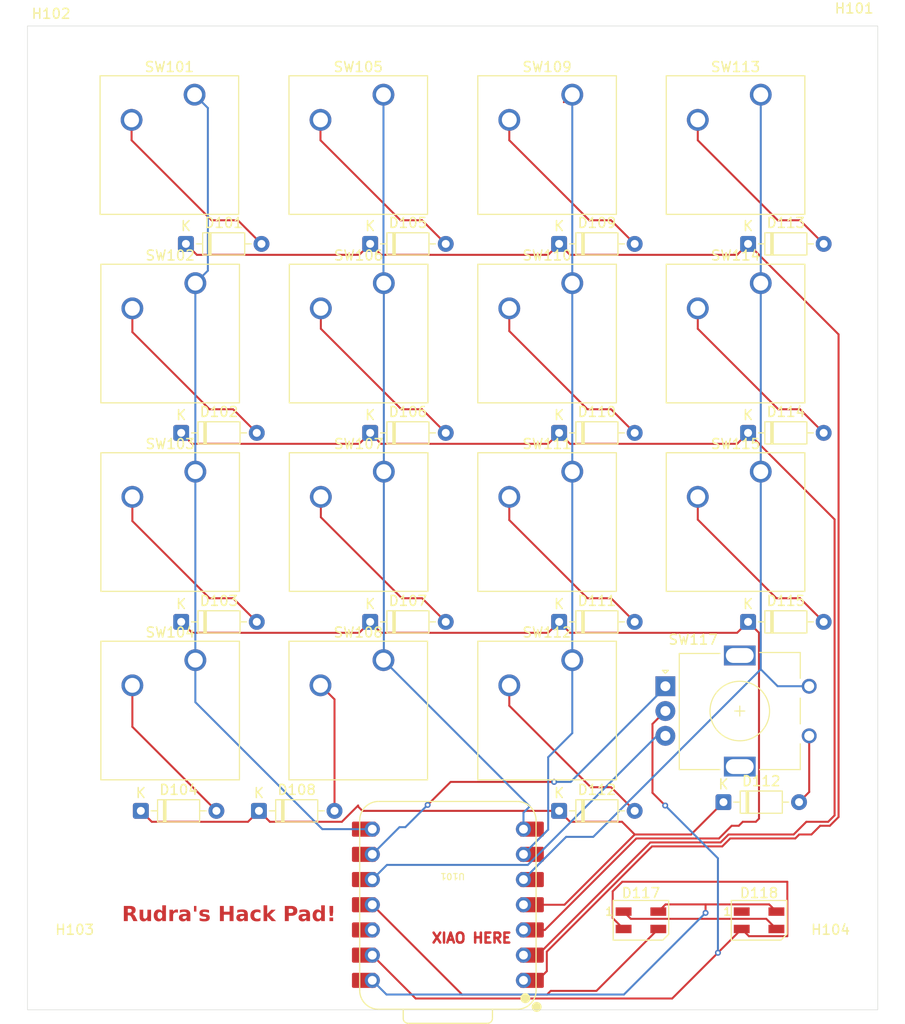
<source format=kicad_pcb>
(kicad_pcb (version 20241229) (generator "pcbnew") (generator_version "9.0")
  (layers (0 "F.Cu" signal) (2 "B.Cu" signal) (13 "F.Paste" user) (15 "B.Paste" user) (5 "F.SilkS" user "F.Silkscreen") (7 "B.SilkS" user "B.Silkscreen") (1 "F.Mask" user) (3 "B.Mask" user) (25 "Edge.Cuts" user))
  (net 0 "")
  (net 1 "Net-(D101-A)")
  (net 2 "Net-(D101-K)")
  (net 3 "Net-(D102-K)")
  (net 4 "Net-(D102-A)")
  (net 5 "Net-(D103-A)")
  (net 6 "Net-(D103-K)")
  (net 7 "Net-(D104-K)")
  (net 8 "Net-(D104-A)")
  (net 9 "Net-(D105-A)")
  (net 10 "Net-(D106-A)")
  (net 11 "Net-(D107-A)")
  (net 12 "Net-(D108-A)")
  (net 13 "Net-(D109-A)")
  (net 14 "Net-(D110-A)")
  (net 15 "Net-(D111-A)")
  (net 16 "Net-(D112-A)")
  (net 17 "Net-(D113-A)")
  (net 18 "Net-(D114-A)")
  (net 19 "Net-(D115-A)")
  (net 20 "+5V")
  (net 21 "GND")
  (net 22 "Net-(D117-DOUT)")
  (net 23 "Net-(D117-DIN)")
  (net 25 "Net-(U101-GPIO0{slash}TX)")
  (net 26 "Net-(U101-GPIO7{slash}SCL)")
  (net 27 "Net-(U101-GPIO6{slash}SDA)")
  (net 28 "Net-(U101-GPIO2{slash}SCK)")
  (net 29 "+3.3V")
  (net 30 "Net-(U101-GPIO4{slash}MISO)")
  (net 31 "Net-(U101-GPIO1{slash}RX)")
  (net 32 "99")
  (footprint "Button_Switch_Keyboard:SW_Cherry_MX_1.00u_PCB" (layer "F.Cu") (at 147.6515 59.65625)
    (property "Reference" "SW105" (at -2.54 -2.794 0) (layer "F.SilkS"))
    (property "Value" "SW_Push")
    (pad "" np_thru_hole circle (at -7.62 5.08) (size 1.7 1.7) (drill 1.7) (layers "*.Cu" "*.Mask"))
    (pad "" np_thru_hole circle (at -2.54 5.08) (size 4 4) (drill 4) (layers "*.Cu" "*.Mask"))
    (pad "" np_thru_hole circle (at 2.54 5.08) (size 1.7 1.7) (drill 1.7) (layers "*.Cu" "*.Mask"))
    (pad "1" thru_hole circle (at 0 0) (size 2.2 2.2) (drill 1.5) (layers "*.Cu" "*.Mask") (net 25 "Net-(U101-GPIO0{slash}TX)"))
    (pad "2" thru_hole circle (at -6.35 2.54) (size 2.2 2.2) (drill 1.5) (layers "*.Cu" "*.Mask") (net 9 "Net-(D105-A)"))
  )
  (footprint "Button_Switch_Keyboard:SW_Cherry_MX_1.00u_PCB" (layer "F.Cu") (at 185.6875 97.65625)
    (property "Reference" "SW115" (at -2.54 -2.794 0) (layer "F.SilkS"))
    (property "Value" "SW_Push")
    (pad "" np_thru_hole circle (at -7.62 5.08) (size 1.7 1.7) (drill 1.7) (layers "*.Cu" "*.Mask"))
    (pad "" np_thru_hole circle (at -2.54 5.08) (size 4 4) (drill 4) (layers "*.Cu" "*.Mask"))
    (pad "" np_thru_hole circle (at 2.54 5.08) (size 1.7 1.7) (drill 1.7) (layers "*.Cu" "*.Mask"))
    (pad "1" thru_hole circle (at 0 0) (size 2.2 2.2) (drill 1.5) (layers "*.Cu" "*.Mask") (net 27 "Net-(U101-GPIO6{slash}SDA)"))
    (pad "2" thru_hole circle (at -6.35 2.54) (size 2.2 2.2) (drill 1.5) (layers "*.Cu" "*.Mask") (net 19 "Net-(D115-A)"))
  )
  (footprint "Button_Switch_Keyboard:SW_Cherry_MX_1.00u_PCB" (layer "F.Cu") (at 128.6875 78.65625)
    (property "Reference" "SW102" (at -2.54 -2.794 0) (layer "F.SilkS"))
    (property "Value" "SW_Push")
    (pad "" np_thru_hole circle (at -7.62 5.08) (size 1.7 1.7) (drill 1.7) (layers "*.Cu" "*.Mask"))
    (pad "" np_thru_hole circle (at -2.54 5.08) (size 4 4) (drill 4) (layers "*.Cu" "*.Mask"))
    (pad "" np_thru_hole circle (at 2.54 5.08) (size 1.7 1.7) (drill 1.7) (layers "*.Cu" "*.Mask"))
    (pad "1" thru_hole circle (at 0 0) (size 2.2 2.2) (drill 1.5) (layers "*.Cu" "*.Mask") (net 31 "Net-(U101-GPIO1{slash}RX)"))
    (pad "2" thru_hole circle (at -6.35 2.54) (size 2.2 2.2) (drill 1.5) (layers "*.Cu" "*.Mask") (net 4 "Net-(D102-A)"))
  )
  (footprint "Button_Switch_Keyboard:SW_Cherry_MX_1.00u_PCB" (layer "F.Cu") (at 166.6875 116.65625)
    (property "Reference" "SW112" (at -2.54 -2.794 0) (layer "F.SilkS"))
    (property "Value" "SW_Push")
    (pad "" np_thru_hole circle (at -7.62 5.08) (size 1.7 1.7) (drill 1.7) (layers "*.Cu" "*.Mask"))
    (pad "" np_thru_hole circle (at -2.54 5.08) (size 4 4) (drill 4) (layers "*.Cu" "*.Mask"))
    (pad "" np_thru_hole circle (at 2.54 5.08) (size 1.7 1.7) (drill 1.7) (layers "*.Cu" "*.Mask"))
    (pad "1" thru_hole circle (at 0 0) (size 2.2 2.2) (drill 1.5) (layers "*.Cu" "*.Mask") (net 26 "Net-(U101-GPIO7{slash}SCL)"))
    (pad "2" thru_hole circle (at -6.35 2.54) (size 2.2 2.2) (drill 1.5) (layers "*.Cu" "*.Mask") (net 16 "Net-(D112-A)"))
  )
  (footprint "Diode_THT:D_DO-35_SOD27_P7.62mm_Horizontal" (layer "F.Cu") (at 127.25875 112.79875)
    (property "Reference" "D103" (at 3.81 -2.12 0) (layer "F.SilkS"))
    (property "Value" "1N4148")
    (fp_text user "K" (at 0 -1.8 0) (layer "F.SilkS"))
    (pad "1" thru_hole roundrect (at 0 0) (size 1.6 1.6) (drill 0.8) (layers "*.Cu" "*.Mask") (roundrect_rratio 0.15625) (net 6 "Net-(D103-K)"))
    (pad "2" thru_hole circle (at 7.62 0) (size 1.6 1.6) (drill 0.8) (layers "*.Cu" "*.Mask") (net 5 "Net-(D103-A)"))
  )
  (footprint "Diode_THT:D_DO-35_SOD27_P7.62mm_Horizontal" (layer "F.Cu") (at 127.735 74.69875)
    (property "Reference" "D101" (at 3.81 -2.12 0) (layer "F.SilkS"))
    (property "Value" "1N4148")
    (fp_text user "K" (at 0 -1.8 0) (layer "F.SilkS"))
    (pad "1" thru_hole roundrect (at 0 0) (size 1.6 1.6) (drill 0.8) (layers "*.Cu" "*.Mask") (roundrect_rratio 0.15625) (net 2 "Net-(D101-K)"))
    (pad "2" thru_hole circle (at 7.62 0) (size 1.6 1.6) (drill 0.8) (layers "*.Cu" "*.Mask") (net 1 "Net-(D101-A)"))
  )
  (footprint "MountingHole:MountingHole_3.2mm_M3" (layer "F.Cu") (at 116.5225 147.98)
    (property "Reference" "H103" (at 0 -4.15 0) (layer "F.SilkS"))
    (property "Value" "MountingHole")
    (pad "" np_thru_hole circle (at 0 0) (size 3.2 3.2) (drill 3.2) (layers "*.Cu" "*.Mask"))
  )
  (footprint "Diode_THT:D_DO-35_SOD27_P7.62mm_Horizontal" (layer "F.Cu") (at 146.30875 112.79875)
    (property "Reference" "D107" (at 3.81 -2.12 0) (layer "F.SilkS"))
    (property "Value" "1N4148")
    (fp_text user "K" (at 0 -1.8 0) (layer "F.SilkS"))
    (pad "1" thru_hole roundrect (at 0 0) (size 1.6 1.6) (drill 0.8) (layers "*.Cu" "*.Mask") (roundrect_rratio 0.15625) (net 6 "Net-(D103-K)"))
    (pad "2" thru_hole circle (at 7.62 0) (size 1.6 1.6) (drill 0.8) (layers "*.Cu" "*.Mask") (net 11 "Net-(D107-A)"))
  )
  (footprint "Diode_THT:D_DO-35_SOD27_P7.62mm_Horizontal" (layer "F.Cu") (at 181.9275 130.96875)
    (property "Reference" "D112" (at 3.81 -2.12 0) (layer "F.SilkS"))
    (property "Value" "1N4148")
    (fp_text user "K" (at 0 -1.8 0) (layer "F.SilkS"))
    (pad "" thru_hole circle (at 7.62 0) (size 1.6 1.6) (drill 0.8) (layers "*.Cu" "*.Mask") (net 32 "99"))
    (pad "1" thru_hole roundrect (at 0 0) (size 1.6 1.6) (drill 0.8) (layers "*.Cu" "*.Mask") (roundrect_rratio 0.15625) (net 7 "Net-(D104-K)"))
  )
  (footprint "Rotary_Encoder:RotaryEncoder_Alps_EC11E_Vertical_H20mm" (layer "F.Cu") (at 176.0725 119.28625)
    (property "Reference" "SW117" (at 2.8 -4.7 0) (layer "F.SilkS"))
    (property "Value" "RotaryEncoder")
    (pad "" thru_hole circle (at 14.5 0) (size 1.5 1.5) (drill 1) (layers "*.Cu" "*.Mask") (net 27 "Net-(U101-GPIO6{slash}SDA)"))
    (pad "" thru_hole circle (at 14.5 5) (size 1.5 1.5) (drill 1) (layers "*.Cu" "*.Mask") (net 32 "99"))
    (pad "A" thru_hole rect (at 0 0) (size 2 2) (drill 1) (layers "*.Cu" "*.Mask") (net 28 "Net-(U101-GPIO2{slash}SCK)"))
    (pad "B" thru_hole circle (at 0 5) (size 2 2) (drill 1) (layers "*.Cu" "*.Mask") (net 30 "Net-(U101-GPIO4{slash}MISO)"))
    (pad "C" thru_hole circle (at 0 2.5) (size 2 2) (drill 1) (layers "*.Cu" "*.Mask") (net 21 "GND"))
    (pad "MP" thru_hole rect (at 7.5 -3.1) (size 3.2 2) (drill oval 2.8 1.5) (layers "*.Cu" "*.Mask"))
    (pad "MP" thru_hole rect (at 7.5 8.1) (size 3.2 2) (drill oval 2.8 1.5) (layers "*.Cu" "*.Mask"))
  )
  (footprint "Button_Switch_Keyboard:SW_Cherry_MX_1.00u_PCB" (layer "F.Cu") (at 147.6515 116.65625)
    (property "Reference" "SW108" (at -2.54 -2.794 0) (layer "F.SilkS"))
    (property "Value" "SW_Push")
    (pad "" np_thru_hole circle (at -7.62 5.08) (size 1.7 1.7) (drill 1.7) (layers "*.Cu" "*.Mask"))
    (pad "" np_thru_hole circle (at -2.54 5.08) (size 4 4) (drill 4) (layers "*.Cu" "*.Mask"))
    (pad "" np_thru_hole circle (at 2.54 5.08) (size 1.7 1.7) (drill 1.7) (layers "*.Cu" "*.Mask"))
    (pad "1" thru_hole circle (at 0 0) (size 2.2 2.2) (drill 1.5) (layers "*.Cu" "*.Mask") (net 25 "Net-(U101-GPIO0{slash}TX)"))
    (pad "2" thru_hole circle (at -6.35 2.54) (size 2.2 2.2) (drill 1.5) (layers "*.Cu" "*.Mask") (net 12 "Net-(D108-A)"))
  )
  (footprint "LED_SMD:LED_SK6812MINI_PLCC4_3.5x3.5mm_P1.75mm" (layer "F.Cu") (at 185.51625 142.88)
    (property "Reference" "D118" (at 0 -2.75 0) (layer "F.SilkS"))
    (property "Value" "SK6812MINI")
    (fp_text user "1" (at -3.2 -0.875 0) (layer "F.SilkS") (effects (font (size 0.8 0.8))))
    (pad "1" smd rect (at -1.75 -0.875) (size 1.6 0.85) (layers "F.Cu" "F.Mask" "F.Paste"))
    (pad "2" smd rect (at -1.75 0.875) (size 1.6 0.85) (layers "F.Cu" "F.Mask" "F.Paste") (net 21 "GND"))
    (pad "3" smd rect (at 1.75 0.875) (size 1.6 0.85) (layers "F.Cu" "F.Mask" "F.Paste") (net 22 "Net-(D117-DOUT)"))
    (pad "4" smd rect (at 1.75 -0.875) (size 1.6 0.85) (layers "F.Cu" "F.Mask" "F.Paste") (net 20 "+5V"))
  )
  (footprint "Diode_THT:D_DO-35_SOD27_P7.62mm_Horizontal" (layer "F.Cu") (at 123.19 131.84875)
    (property "Reference" "D104" (at 3.81 -2.12 0) (layer "F.SilkS"))
    (property "Value" "1N4148")
    (fp_text user "K" (at 0 -1.8 0) (layer "F.SilkS"))
    (pad "1" thru_hole roundrect (at 0 0) (size 1.6 1.6) (drill 0.8) (layers "*.Cu" "*.Mask") (roundrect_rratio 0.15625) (net 7 "Net-(D104-K)"))
    (pad "2" thru_hole circle (at 7.62 0) (size 1.6 1.6) (drill 0.8) (layers "*.Cu" "*.Mask") (net 8 "Net-(D104-A)"))
  )
  (footprint "Button_Switch_Keyboard:SW_Cherry_MX_1.00u_PCB" (layer "F.Cu") (at 185.6875 78.65625)
    (property "Reference" "SW114" (at -2.54 -2.794 0) (layer "F.SilkS"))
    (property "Value" "SW_Push")
    (pad "" np_thru_hole circle (at -7.62 5.08) (size 1.7 1.7) (drill 1.7) (layers "*.Cu" "*.Mask"))
    (pad "" np_thru_hole circle (at -2.54 5.08) (size 4 4) (drill 4) (layers "*.Cu" "*.Mask"))
    (pad "" np_thru_hole circle (at 2.54 5.08) (size 1.7 1.7) (drill 1.7) (layers "*.Cu" "*.Mask"))
    (pad "1" thru_hole circle (at 0 0) (size 2.2 2.2) (drill 1.5) (layers "*.Cu" "*.Mask") (net 27 "Net-(U101-GPIO6{slash}SDA)"))
    (pad "2" thru_hole circle (at -6.35 2.54) (size 2.2 2.2) (drill 1.5) (layers "*.Cu" "*.Mask") (net 18 "Net-(D114-A)"))
  )
  (footprint "Button_Switch_Keyboard:SW_Cherry_MX_1.00u_PCB" (layer "F.Cu") (at 147.6875 78.65625)
    (property "Reference" "SW106" (at -2.54 -2.794 0) (layer "F.SilkS"))
    (property "Value" "SW_Push")
    (pad "" np_thru_hole circle (at -7.62 5.08) (size 1.7 1.7) (drill 1.7) (layers "*.Cu" "*.Mask"))
    (pad "" np_thru_hole circle (at -2.54 5.08) (size 4 4) (drill 4) (layers "*.Cu" "*.Mask"))
    (pad "" np_thru_hole circle (at 2.54 5.08) (size 1.7 1.7) (drill 1.7) (layers "*.Cu" "*.Mask"))
    (pad "1" thru_hole circle (at 0 0) (size 2.2 2.2) (drill 1.5) (layers "*.Cu" "*.Mask") (net 25 "Net-(U101-GPIO0{slash}TX)"))
    (pad "2" thru_hole circle (at -6.35 2.54) (size 2.2 2.2) (drill 1.5) (layers "*.Cu" "*.Mask") (net 10 "Net-(D106-A)"))
  )
  (footprint "Button_Switch_Keyboard:SW_Cherry_MX_1.00u_PCB" (layer "F.Cu") (at 166.6875 59.65625)
    (property "Reference" "SW109" (at -2.54 -2.794 0) (layer "F.SilkS"))
    (property "Value" "SW_Push")
    (pad "" np_thru_hole circle (at -7.62 5.08) (size 1.7 1.7) (drill 1.7) (layers "*.Cu" "*.Mask"))
    (pad "" np_thru_hole circle (at -2.54 5.08) (size 4 4) (drill 4) (layers "*.Cu" "*.Mask"))
    (pad "" np_thru_hole circle (at 2.54 5.08) (size 1.7 1.7) (drill 1.7) (layers "*.Cu" "*.Mask"))
    (pad "1" thru_hole circle (at 0 0) (size 2.2 2.2) (drill 1.5) (layers "*.Cu" "*.Mask") (net 26 "Net-(U101-GPIO7{slash}SCL)"))
    (pad "2" thru_hole circle (at -6.35 2.54) (size 2.2 2.2) (drill 1.5) (layers "*.Cu" "*.Mask") (net 13 "Net-(D109-A)"))
  )
  (footprint "Button_Switch_Keyboard:SW_Cherry_MX_1.00u_PCB" (layer "F.Cu") (at 166.6875 97.65625)
    (property "Reference" "SW111" (at -2.54 -2.794 0) (layer "F.SilkS"))
    (property "Value" "SW_Push")
    (pad "" np_thru_hole circle (at -7.62 5.08) (size 1.7 1.7) (drill 1.7) (layers "*.Cu" "*.Mask"))
    (pad "" np_thru_hole circle (at -2.54 5.08) (size 4 4) (drill 4) (layers "*.Cu" "*.Mask"))
    (pad "" np_thru_hole circle (at 2.54 5.08) (size 1.7 1.7) (drill 1.7) (layers "*.Cu" "*.Mask"))
    (pad "1" thru_hole circle (at 0 0) (size 2.2 2.2) (drill 1.5) (layers "*.Cu" "*.Mask") (net 26 "Net-(U101-GPIO7{slash}SCL)"))
    (pad "2" thru_hole circle (at -6.35 2.54) (size 2.2 2.2) (drill 1.5) (layers "*.Cu" "*.Mask") (net 15 "Net-(D111-A)"))
  )
  (footprint "Diode_THT:D_DO-35_SOD27_P7.62mm_Horizontal" (layer "F.Cu") (at 135.09625 131.84875)
    (property "Reference" "D108" (at 3.81 -2.12 0) (layer "F.SilkS"))
    (property "Value" "1N4148")
    (fp_text user "K" (at 0 -1.8 0) (layer "F.SilkS"))
    (pad "1" thru_hole roundrect (at 0 0) (size 1.6 1.6) (drill 0.8) (layers "*.Cu" "*.Mask") (roundrect_rratio 0.15625) (net 7 "Net-(D104-K)"))
    (pad "2" thru_hole circle (at 7.62 0) (size 1.6 1.6) (drill 0.8) (layers "*.Cu" "*.Mask") (net 12 "Net-(D108-A)"))
  )
  (footprint "Diode_THT:D_DO-35_SOD27_P7.62mm_Horizontal" (layer "F.Cu") (at 165.35875 93.74875)
    (property "Reference" "D110" (at 3.81 -2.12 0) (layer "F.SilkS"))
    (property "Value" "1N4148")
    (fp_text user "K" (at 0 -1.8 0) (layer "F.SilkS"))
    (pad "1" thru_hole roundrect (at 0 0) (size 1.6 1.6) (drill 0.8) (layers "*.Cu" "*.Mask") (roundrect_rratio 0.15625) (net 3 "Net-(D102-K)"))
    (pad "2" thru_hole circle (at 7.62 0) (size 1.6 1.6) (drill 0.8) (layers "*.Cu" "*.Mask") (net 14 "Net-(D110-A)"))
  )
  (footprint "Button_Switch_Keyboard:SW_Cherry_MX_1.00u_PCB" (layer "F.Cu") (at 185.6875 59.65625)
    (property "Reference" "SW113" (at -2.54 -2.794 0) (layer "F.SilkS"))
    (property "Value" "SW_Push")
    (pad "" np_thru_hole circle (at -7.62 5.08) (size 1.7 1.7) (drill 1.7) (layers "*.Cu" "*.Mask"))
    (pad "" np_thru_hole circle (at -2.54 5.08) (size 4 4) (drill 4) (layers "*.Cu" "*.Mask"))
    (pad "" np_thru_hole circle (at 2.54 5.08) (size 1.7 1.7) (drill 1.7) (layers "*.Cu" "*.Mask"))
    (pad "1" thru_hole circle (at 0 0) (size 2.2 2.2) (drill 1.5) (layers "*.Cu" "*.Mask") (net 27 "Net-(U101-GPIO6{slash}SDA)"))
    (pad "2" thru_hole circle (at -6.35 2.54) (size 2.2 2.2) (drill 1.5) (layers "*.Cu" "*.Mask") (net 17 "Net-(D113-A)"))
  )
  (footprint "Button_Switch_Keyboard:SW_Cherry_MX_1.00u_PCB" (layer "F.Cu") (at 166.6875 78.65625)
    (property "Reference" "SW110" (at -2.54 -2.794 0) (layer "F.SilkS"))
    (property "Value" "SW_Push")
    (pad "" np_thru_hole circle (at -7.62 5.08) (size 1.7 1.7) (drill 1.7) (layers "*.Cu" "*.Mask"))
    (pad "" np_thru_hole circle (at -2.54 5.08) (size 4 4) (drill 4) (layers "*.Cu" "*.Mask"))
    (pad "" np_thru_hole circle (at 2.54 5.08) (size 1.7 1.7) (drill 1.7) (layers "*.Cu" "*.Mask"))
    (pad "1" thru_hole circle (at 0 0) (size 2.2 2.2) (drill 1.5) (layers "*.Cu" "*.Mask") (net 26 "Net-(U101-GPIO7{slash}SCL)"))
    (pad "2" thru_hole circle (at -6.35 2.54) (size 2.2 2.2) (drill 1.5) (layers "*.Cu" "*.Mask") (net 14 "Net-(D110-A)"))
  )
  (footprint "LED_SMD:LED_SK6812MINI_PLCC4_3.5x3.5mm_P1.75mm" (layer "F.Cu") (at 173.61 142.88)
    (property "Reference" "D117" (at 0 -2.75 0) (layer "F.SilkS"))
    (property "Value" "SK6812MINI" (hide yes))
    (fp_text user "1" (at -3.2 -0.875 0) (layer "F.SilkS") (effects (font (size 0.8 0.8))))
    (pad "1" smd rect (at -1.75 -0.875) (size 1.6 0.85) (layers "F.Cu" "F.Mask" "F.Paste") (net 22 "Net-(D117-DOUT)"))
    (pad "2" smd rect (at -1.75 0.875) (size 1.6 0.85) (layers "F.Cu" "F.Mask" "F.Paste") (net 21 "GND"))
    (pad "3" smd rect (at 1.75 0.875) (size 1.6 0.85) (layers "F.Cu" "F.Mask" "F.Paste") (net 23 "Net-(D117-DIN)"))
    (pad "4" smd rect (at 1.75 -0.875) (size 1.6 0.85) (layers "F.Cu" "F.Mask" "F.Paste") (net 20 "+5V"))
  )
  (footprint "MountingHole:MountingHole_3.2mm_M3" (layer "F.Cu") (at 195.10375 55.11125)
    (property "Reference" "H101" (at 0 -4.15 0) (layer "F.SilkS"))
    (property "Value" "MountingHole")
    (pad "" np_thru_hole circle (at 0 0) (size 3.2 3.2) (drill 3.2) (layers "*.Cu" "*.Mask"))
  )
  (footprint "Diode_THT:D_DO-35_SOD27_P7.62mm_Horizontal" (layer "F.Cu") (at 184.40875 93.74875)
    (property "Reference" "D114" (at 3.81 -2.12 0) (layer "F.SilkS"))
    (property "Value" "1N4148")
    (fp_text user "K" (at 0 -1.8 0) (layer "F.SilkS"))
    (pad "1" thru_hole roundrect (at 0 0) (size 1.6 1.6) (drill 0.8) (layers "*.Cu" "*.Mask") (roundrect_rratio 0.15625) (net 3 "Net-(D102-K)"))
    (pad "2" thru_hole circle (at 7.62 0) (size 1.6 1.6) (drill 0.8) (layers "*.Cu" "*.Mask") (net 18 "Net-(D114-A)"))
  )
  (footprint "Button_Switch_Keyboard:SW_Cherry_MX_1.00u_PCB" (layer "F.Cu") (at 128.6875 97.65625)
    (property "Reference" "SW103" (at -2.54 -2.794 0) (layer "F.SilkS"))
    (property "Value" "SW_Push")
    (pad "" np_thru_hole circle (at -7.62 5.08) (size 1.7 1.7) (drill 1.7) (layers "*.Cu" "*.Mask"))
    (pad "" np_thru_hole circle (at -2.54 5.08) (size 4 4) (drill 4) (layers "*.Cu" "*.Mask"))
    (pad "" np_thru_hole circle (at 2.54 5.08) (size 1.7 1.7) (drill 1.7) (layers "*.Cu" "*.Mask"))
    (pad "1" thru_hole circle (at 0 0) (size 2.2 2.2) (drill 1.5) (layers "*.Cu" "*.Mask") (net 31 "Net-(U101-GPIO1{slash}RX)"))
    (pad "2" thru_hole circle (at -6.35 2.54) (size 2.2 2.2) (drill 1.5) (layers "*.Cu" "*.Mask") (net 5 "Net-(D103-A)"))
  )
  (footprint "Button_Switch_Keyboard:SW_Cherry_MX_1.00u_PCB" (layer "F.Cu") (at 128.6075 59.65625)
    (property "Reference" "SW101" (at -2.54 -2.794 0) (layer "F.SilkS"))
    (property "Value" "SW_Push")
    (pad "" np_thru_hole circle (at -7.62 5.08) (size 1.7 1.7) (drill 1.7) (layers "*.Cu" "*.Mask"))
    (pad "" np_thru_hole circle (at -2.54 5.08) (size 4 4) (drill 4) (layers "*.Cu" "*.Mask"))
    (pad "" np_thru_hole circle (at 2.54 5.08) (size 1.7 1.7) (drill 1.7) (layers "*.Cu" "*.Mask"))
    (pad "1" thru_hole circle (at 0 0) (size 2.2 2.2) (drill 1.5) (layers "*.Cu" "*.Mask") (net 31 "Net-(U101-GPIO1{slash}RX)"))
    (pad "2" thru_hole circle (at -6.35 2.54) (size 2.2 2.2) (drill 1.5) (layers "*.Cu" "*.Mask") (net 1 "Net-(D101-A)"))
  )
  (footprint "Diode_THT:D_DO-35_SOD27_P7.62mm_Horizontal" (layer "F.Cu") (at 184.40875 112.79875)
    (property "Reference" "D115" (at 3.81 -2.12 0) (layer "F.SilkS"))
    (property "Value" "1N4148")
    (fp_text user "K" (at 0 -1.8 0) (layer "F.SilkS"))
    (pad "1" thru_hole roundrect (at 0 0) (size 1.6 1.6) (drill 0.8) (layers "*.Cu" "*.Mask") (roundrect_rratio 0.15625) (net 6 "Net-(D103-K)"))
    (pad "2" thru_hole circle (at 7.62 0) (size 1.6 1.6) (drill 0.8) (layers "*.Cu" "*.Mask") (net 19 "Net-(D115-A)"))
  )
  (footprint "Diode_THT:D_DO-35_SOD27_P7.62mm_Horizontal" (layer "F.Cu") (at 165.35875 74.69875)
    (property "Reference" "D109" (at 3.81 -2.12 0) (layer "F.SilkS"))
    (property "Value" "1N4148")
    (fp_text user "K" (at 0 -1.8 0) (layer "F.SilkS"))
    (pad "1" thru_hole roundrect (at 0 0) (size 1.6 1.6) (drill 0.8) (layers "*.Cu" "*.Mask") (roundrect_rratio 0.15625) (net 2 "Net-(D101-K)"))
    (pad "2" thru_hole circle (at 7.62 0) (size 1.6 1.6) (drill 0.8) (layers "*.Cu" "*.Mask") (net 13 "Net-(D109-A)"))
  )
  (footprint "MountingHole:MountingHole_3.2mm_M3" (layer "F.Cu") (at 114.14125 55.64875)
    (property "Reference" "H102" (at 0 -4.15 0) (layer "F.SilkS"))
    (property "Value" "MountingHole")
    (pad "" np_thru_hole circle (at 0 0) (size 3.2 3.2) (drill 3.2) (layers "*.Cu" "*.Mask"))
  )
  (footprint "Diode_THT:D_DO-35_SOD27_P7.62mm_Horizontal" (layer "F.Cu") (at 127.25875 93.74875)
    (property "Reference" "D102" (at 3.81 -2.12 0) (layer "F.SilkS"))
    (property "Value" "1N4148")
    (fp_text user "K" (at 0 -1.8 0) (layer "F.SilkS"))
    (pad "1" thru_hole roundrect (at 0 0) (size 1.6 1.6) (drill 0.8) (layers "*.Cu" "*.Mask") (roundrect_rratio 0.15625) (net 3 "Net-(D102-K)"))
    (pad "2" thru_hole circle (at 7.62 0) (size 1.6 1.6) (drill 0.8) (layers "*.Cu" "*.Mask") (net 4 "Net-(D102-A)"))
  )
  (footprint "opl:XIAO-RP2040-DIP" (layer "F.Cu") (at 154.14625 141.3125 180)
    (property "Reference" "U101" (at -0.47625 2.8575 180) (layer "F.SilkS") (effects (font (size 0.635 0.635) (thickness 0.1016))))
    (property "Value" "XIAO-RP2040-DIP")
    (pad "1" smd roundrect (at -8.455 -7.62) (size 2.432 1.524) (layers "F.Cu" "F.Mask") (roundrect_rratio 0.1) (net 2 "Net-(D101-K)"))
    (pad "1" thru_hole circle (at -7.62 -7.62) (size 1.524 1.524) (drill 0.889) (layers "*.Cu" "*.Mask") (net 2 "Net-(D101-K)"))
    (pad "2" smd roundrect (at -8.455 -5.08) (size 2.432 1.524) (layers "F.Cu" "F.Mask") (roundrect_rratio 0.1) (net 3 "Net-(D102-K)"))
    (pad "2" thru_hole circle (at -7.62 -5.08) (size 1.524 1.524) (drill 0.889) (layers "*.Cu" "*.Mask") (net 3 "Net-(D102-K)"))
    (pad "3" smd roundrect (at -8.455 -2.54) (size 2.432 1.524) (layers "F.Cu" "F.Mask") (roundrect_rratio 0.1) (net 6 "Net-(D103-K)"))
    (pad "3" thru_hole circle (at -7.62 -2.54) (size 1.524 1.524) (drill 0.889) (layers "*.Cu" "*.Mask") (net 6 "Net-(D103-K)"))
    (pad "4" smd roundrect (at -8.455 0) (size 2.432 1.524) (layers "F.Cu" "F.Mask") (roundrect_rratio 0.1) (net 7 "Net-(D104-K)"))
    (pad "4" thru_hole circle (at -7.62 0) (size 1.524 1.524) (drill 0.889) (layers "*.Cu" "*.Mask") (net 7 "Net-(D104-K)"))
    (pad "5" smd roundrect (at -8.455 2.54) (size 2.432 1.524) (layers "F.Cu" "F.Mask") (roundrect_rratio 0.1) (net 27 "Net-(U101-GPIO6{slash}SDA)"))
    (pad "5" thru_hole circle (at -7.62 2.54) (size 1.524 1.524) (drill 0.889) (layers "*.Cu" "*.Mask") (net 27 "Net-(U101-GPIO6{slash}SDA)"))
    (pad "6" smd roundrect (at -8.455 5.08) (size 2.432 1.524) (layers "F.Cu" "F.Mask") (roundrect_rratio 0.1) (net 26 "Net-(U101-GPIO7{slash}SCL)"))
    (pad "6" thru_hole circle (at -7.62 5.08) (size 1.524 1.524) (drill 0.889) (layers "*.Cu" "*.Mask") (net 26 "Net-(U101-GPIO7{slash}SCL)"))
    (pad "7" smd roundrect (at -8.455 7.62) (size 2.432 1.524) (layers "F.Cu" "F.Mask") (roundrect_rratio 0.1) (net 25 "Net-(U101-GPIO0{slash}TX)"))
    (pad "7" thru_hole circle (at -7.62 7.62) (size 1.524 1.524) (drill 0.889) (layers "*.Cu" "*.Mask") (net 25 "Net-(U101-GPIO0{slash}TX)"))
    (pad "8" thru_hole circle (at 7.62 7.62 180) (size 1.524 1.524) (drill 0.889) (layers "*.Cu" "*.Mask") (net 31 "Net-(U101-GPIO1{slash}RX)"))
    (pad "8" smd roundrect (at 8.455 7.62 180) (size 2.432 1.524) (layers "F.Cu" "F.Mask") (roundrect_rratio 0.1) (net 31 "Net-(U101-GPIO1{slash}RX)"))
    (pad "9" thru_hole circle (at 7.62 5.08 180) (size 1.524 1.524) (drill 0.889) (layers "*.Cu" "*.Mask") (net 28 "Net-(U101-GPIO2{slash}SCK)"))
    (pad "9" smd roundrect (at 8.455 5.08 180) (size 2.432 1.524) (layers "F.Cu" "F.Mask") (roundrect_rratio 0.1) (net 28 "Net-(U101-GPIO2{slash}SCK)"))
    (pad "10" thru_hole circle (at 7.62 2.54 180) (size 1.524 1.524) (drill 0.889) (layers "*.Cu" "*.Mask") (net 30 "Net-(U101-GPIO4{slash}MISO)"))
    (pad "10" smd roundrect (at 8.455 2.54 180) (size 2.432 1.524) (layers "F.Cu" "F.Mask") (roundrect_rratio 0.1) (net 30 "Net-(U101-GPIO4{slash}MISO)"))
    (pad "11" thru_hole circle (at 7.62 0 180) (size 1.524 1.524) (drill 0.889) (layers "*.Cu" "*.Mask") (net 23 "Net-(D117-DIN)"))
    (pad "11" smd roundrect (at 8.455 0 180) (size 2.432 1.524) (layers "F.Cu" "F.Mask") (roundrect_rratio 0.1) (net 23 "Net-(D117-DIN)"))
    (pad "12" thru_hole circle (at 7.62 -2.54 180) (size 1.524 1.524) (drill 0.889) (layers "*.Cu" "*.Mask") (net 29 "+3.3V"))
    (pad "12" smd roundrect (at 8.455 -2.54 180) (size 2.432 1.524) (layers "F.Cu" "F.Mask") (roundrect_rratio 0.1) (net 29 "+3.3V"))
    (pad "13" thru_hole circle (at 7.62 -5.08 180) (size 1.524 1.524) (drill 0.889) (layers "*.Cu" "*.Mask") (net 21 "GND"))
    (pad "13" smd roundrect (at 8.455 -5.08 180) (size 2.432 1.524) (layers "F.Cu" "F.Mask") (roundrect_rratio 0.1) (net 21 "GND"))
    (pad "14" thru_hole circle (at 7.62 -7.62 180) (size 1.524 1.524) (drill 0.889) (layers "*.Cu" "*.Mask") (net 20 "+5V"))
    (pad "14" smd roundrect (at 8.455 -7.62 180) (size 2.432 1.524) (layers "F.Cu" "F.Mask") (roundrect_rratio 0.1) (net 20 "+5V"))
  )
  (footprint "MountingHole:MountingHole_3.2mm_M3" (layer "F.Cu") (at 192.7225 147.98)
    (property "Reference" "H104" (at 0 -4.15 0) (layer "F.SilkS"))
    (property "Value" "MountingHole")
    (pad "" np_thru_hole circle (at 0 0) (size 3.2 3.2) (drill 3.2) (layers "*.Cu" "*.Mask"))
  )
  (footprint "Diode_THT:D_DO-35_SOD27_P7.62mm_Horizontal" (layer "F.Cu") (at 146.30875 74.69875)
    (property "Reference" "D105" (at 3.81 -2.12 0) (layer "F.SilkS"))
    (property "Value" "1N4148")
    (fp_text user "K" (at 0 -1.8 0) (layer "F.SilkS"))
    (pad "1" thru_hole roundrect (at 0 0) (size 1.6 1.6) (drill 0.8) (layers "*.Cu" "*.Mask") (roundrect_rratio 0.15625) (net 2 "Net-(D101-K)"))
    (pad "2" thru_hole circle (at 7.62 0) (size 1.6 1.6) (drill 0.8) (layers "*.Cu" "*.Mask") (net 9 "Net-(D105-A)"))
  )
  (footprint "Button_Switch_Keyboard:SW_Cherry_MX_1.00u_PCB" (layer "F.Cu") (at 147.6875 97.65625)
    (property "Reference" "SW107" (at -2.54 -2.794 0) (layer "F.SilkS"))
    (property "Value" "SW_Push")
    (pad "" np_thru_hole circle (at -7.62 5.08) (size 1.7 1.7) (drill 1.7) (layers "*.Cu" "*.Mask"))
    (pad "" np_thru_hole circle (at -2.54 5.08) (size 4 4) (drill 4) (layers "*.Cu" "*.Mask"))
    (pad "" np_thru_hole circle (at 2.54 5.08) (size 1.7 1.7) (drill 1.7) (layers "*.Cu" "*.Mask"))
    (pad "1" thru_hole circle (at 0 0) (size 2.2 2.2) (drill 1.5) (layers "*.Cu" "*.Mask") (net 25 "Net-(U101-GPIO0{slash}TX)"))
    (pad "2" thru_hole circle (at -6.35 2.54) (size 2.2 2.2) (drill 1.5) (layers "*.Cu" "*.Mask") (net 11 "Net-(D107-A)"))
  )
  (footprint "Diode_THT:D_DO-35_SOD27_P7.62mm_Horizontal" (layer "F.Cu") (at 165.35875 112.79875)
    (property "Reference" "D111" (at 3.81 -2.12 0) (layer "F.SilkS"))
    (property "Value" "1N4148")
    (fp_text user "K" (at 0 -1.8 0) (layer "F.SilkS"))
    (pad "1" thru_hole roundrect (at 0 0) (size 1.6 1.6) (drill 0.8) (layers "*.Cu" "*.Mask") (roundrect_rratio 0.15625) (net 6 "Net-(D103-K)"))
    (pad "2" thru_hole circle (at 7.62 0) (size 1.6 1.6) (drill 0.8) (layers "*.Cu" "*.Mask") (net 15 "Net-(D111-A)"))
  )
  (footprint "Button_Switch_Keyboard:SW_Cherry_MX_1.00u_PCB" (layer "F.Cu") (at 128.6875 116.65625)
    (property "Reference" "SW104" (at -2.54 -2.794 0) (layer "F.SilkS"))
    (property "Value" "SW_Push")
    (pad "" np_thru_hole circle (at -7.62 5.08) (size 1.7 1.7) (drill 1.7) (layers "*.Cu" "*.Mask"))
    (pad "" np_thru_hole circle (at -2.54 5.08) (size 4 4) (drill 4) (layers "*.Cu" "*.Mask"))
    (pad "" np_thru_hole circle (at 2.54 5.08) (size 1.7 1.7) (drill 1.7) (layers "*.Cu" "*.Mask"))
    (pad "1" thru_hole circle (at 0 0) (size 2.2 2.2) (drill 1.5) (layers "*.Cu" "*.Mask") (net 31 "Net-(U101-GPIO1{slash}RX)"))
    (pad "2" thru_hole circle (at -6.35 2.54) (size 2.2 2.2) (drill 1.5) (layers "*.Cu" "*.Mask") (net 8 "Net-(D104-A)"))
  )
  (footprint "Diode_THT:D_DO-35_SOD27_P7.62mm_Horizontal" (layer "F.Cu") (at 165.35875 131.84875)
    (property "Reference" "D112" (at 3.81 -2.12 0) (layer "F.SilkS"))
    (property "Value" "1N4148")
    (fp_text user "K" (at 0 -1.8 0) (layer "F.SilkS"))
    (pad "1" thru_hole roundrect (at 0 0) (size 1.6 1.6) (drill 0.8) (layers "*.Cu" "*.Mask") (roundrect_rratio 0.15625) (net 7 "Net-(D104-K)"))
    (pad "2" thru_hole circle (at 7.62 0) (size 1.6 1.6) (drill 0.8) (layers "*.Cu" "*.Mask") (net 16 "Net-(D112-A)"))
  )
  (footprint "Diode_THT:D_DO-35_SOD27_P7.62mm_Horizontal" (layer "F.Cu") (at 184.40875 74.69875)
    (property "Reference" "D113" (at 3.81 -2.12 0) (layer "F.SilkS"))
    (property "Value" "1N4148")
    (fp_text user "K" (at 0 -1.8 0) (layer "F.SilkS"))
    (pad "1" thru_hole roundrect (at 0 0) (size 1.6 1.6) (drill 0.8) (layers "*.Cu" "*.Mask") (roundrect_rratio 0.15625) (net 2 "Net-(D101-K)"))
    (pad "2" thru_hole circle (at 7.62 0) (size 1.6 1.6) (drill 0.8) (layers "*.Cu" "*.Mask") (net 17 "Net-(D113-A)"))
  )
  (footprint "Diode_THT:D_DO-35_SOD27_P7.62mm_Horizontal" (layer "F.Cu") (at 146.30875 93.74875)
    (property "Reference" "D106" (at 3.81 -2.12 0) (layer "F.SilkS"))
    (property "Value" "1N4148")
    (fp_text user "K" (at 0 -1.8 0) (layer "F.SilkS"))
    (pad "1" thru_hole roundrect (at 0 0) (size 1.6 1.6) (drill 0.8) (layers "*.Cu" "*.Mask") (roundrect_rratio 0.15625) (net 3 "Net-(D102-K)"))
    (pad "2" thru_hole circle (at 7.62 0) (size 1.6 1.6) (drill 0.8) (layers "*.Cu" "*.Mask") (net 10 "Net-(D106-A)"))
  )
  (gr_rect (start 111.76 52.73) (end 197.485 151.9025) (stroke (width 0.05)) (fill no) (layer "Edge.Cuts"))
  (gr_text "Rudra's Hack Pad!" (at 121.285 143.2175 0) (layer "F.Cu") (effects (font (size 1.5 1.5) (thickness 0.3) (bold yes)) (justify left bottom)))
  (gr_text "XIAO HERE" (at 152.4 145.25625 0) (layer "F.Cu") (effects (font (size 1 1) (thickness 0.25) (bold yes)) (justify left bottom)))
  (segment (start 122.2575 62.19625) (end 122.2575 64.251066) (width 0.2) (layer "F.Cu") (net 1))
  (segment (start 132.97375 72.3175) (end 135.355 74.69875) (width 0.2) (layer "F.Cu") (net 1))
  (segment (start 122.2575 64.251066) (end 130.323934 72.3175) (width 0.2) (layer "F.Cu") (net 1))
  (segment (start 130.323934 72.3175) (end 132.97375 72.3175) (width 0.2) (layer "F.Cu") (net 1))
  (segment (start 145.20775 75.79975) (end 128.836 75.79975) (width 0.2) (layer "F.Cu") (net 2))
  (segment (start 163.195 148.9325) (end 164.11825 148.00925) (width 0.2) (layer "F.Cu") (net 2))
  (segment (start 193.53075 83.82075) (end 184.40875 74.69875) (width 0.2) (layer "F.Cu") (net 2))
  (segment (start 128.836 75.79975) (end 127.735 74.69875) (width 0.2) (layer "F.Cu") (net 2))
  (segment (start 181.8063 135.433) (end 182.6083 134.631) (width 0.2) (layer "F.Cu") (net 2))
  (segment (start 165.35875 74.69875) (end 164.25775 75.79975) (width 0.2) (layer "F.Cu") (net 2))
  (segment (start 166.45975 75.79975) (end 165.35875 74.69875) (width 0.2) (layer "F.Cu") (net 2))
  (segment (start 189.16865 134.631) (end 189.56965 134.23) (width 0.2) (layer "F.Cu") (net 2))
  (segment (start 192.6509 133.35075) (end 193.53075 132.4709) (width 0.2) (layer "F.Cu") (net 2))
  (segment (start 191.67845 133.35075) (end 192.6509 133.35075) (width 0.2) (layer "F.Cu") (net 2))
  (segment (start 183.30775 75.79975) (end 166.45975 75.79975) (width 0.2) (layer "F.Cu") (net 2))
  (segment (start 174.7241 135.433) (end 181.8063 135.433) (width 0.2) (layer "F.Cu") (net 2))
  (segment (start 147.40975 75.79975) (end 146.30875 74.69875) (width 0.2) (layer "F.Cu") (net 2))
  (segment (start 193.53075 132.4709) (end 193.53075 83.82075) (width 0.2) (layer "F.Cu") (net 2))
  (segment (start 164.25775 75.79975) (end 147.40975 75.79975) (width 0.2) (layer "F.Cu") (net 2))
  (segment (start 161.76625 148.9325) (end 163.195 148.9325) (width 0.2) (layer "F.Cu") (net 2))
  (segment (start 164.11825 148.00925) (end 164.11825 146.03885) (width 0.2) (layer "F.Cu") (net 2))
  (segment (start 164.11825 146.03885) (end 174.7241 135.433) (width 0.2) (layer "F.Cu") (net 2))
  (segment (start 182.6083 134.631) (end 189.16865 134.631) (width 0.2) (layer "F.Cu") (net 2))
  (segment (start 146.30875 74.69875) (end 145.20775 75.79975) (width 0.2) (layer "F.Cu") (net 2))
  (segment (start 184.40875 74.69875) (end 183.30775 75.79975) (width 0.2) (layer "F.Cu") (net 2))
  (segment (start 190.7992 134.23) (end 191.67845 133.35075) (width 0.2) (layer "F.Cu") (net 2))
  (segment (start 189.56965 134.23) (end 190.7992 134.23) (width 0.2) (layer "F.Cu") (net 2))
  (segment (start 146.30875 93.74875) (end 145.20775 94.84975) (width 0.2) (layer "F.Cu") (net 3))
  (segment (start 183.30775 94.84975) (end 166.45975 94.84975) (width 0.2) (layer "F.Cu") (net 3))
  (segment (start 193.12975 102.46975) (end 193.12975 132.3048) (width 0.2) (layer "F.Cu") (net 3))
  (segment (start 182.4422 134.23) (end 181.6402 135.032) (width 0.2) (layer "F.Cu") (net 3))
  (segment (start 184.40875 93.74875) (end 193.12975 102.46975) (width 0.2) (layer "F.Cu") (net 3))
  (segment (start 193.12975 132.3048) (end 192.4848 132.94975) (width 0.2) (layer "F.Cu") (net 3))
  (segment (start 128.35975 94.84975) (end 127.25875 93.74875) (width 0.2) (layer "F.Cu") (net 3))
  (segment (start 181.6402 135.032) (end 174.558 135.032) (width 0.2) (layer "F.Cu") (net 3))
  (segment (start 192.4848 132.94975) (end 190.2828 132.94975) (width 0.2) (layer "F.Cu") (net 3))
  (segment (start 145.20775 94.84975) (end 128.35975 94.84975) (width 0.2) (layer "F.Cu") (net 3))
  (segment (start 184.40875 93.74875) (end 183.30775 94.84975) (width 0.2) (layer "F.Cu") (net 3))
  (segment (start 165.35875 93.74875) (end 164.25775 94.84975) (width 0.2) (layer "F.Cu") (net 3))
  (segment (start 164.25775 94.84975) (end 147.40975 94.84975) (width 0.2) (layer "F.Cu") (net 3))
  (segment (start 190.2828 132.94975) (end 189.00255 134.23) (width 0.2) (layer "F.Cu") (net 3))
  (segment (start 166.45975 94.84975) (end 165.35875 93.74875) (width 0.2) (layer "F.Cu") (net 3))
  (segment (start 189.00255 134.23) (end 182.4422 134.23) (width 0.2) (layer "F.Cu") (net 3))
  (segment (start 147.40975 94.84975) (end 146.30875 93.74875) (width 0.2) (layer "F.Cu") (net 3))
  (segment (start 161.76625 146.3925) (end 163.1975 146.3925) (width 0.2) (layer "F.Cu") (net 3))
  (segment (start 163.1975 146.3925) (end 174.558 135.032) (width 0.2) (layer "F.Cu") (net 3))
  (segment (start 122.3375 83.58875) (end 130.11625 91.3675) (width 0.2) (layer "F.Cu") (net 4))
  (segment (start 122.3375 81.19625) (end 122.3375 83.58875) (width 0.2) (layer "F.Cu") (net 4))
  (segment (start 130.11625 91.3675) (end 132.4975 91.3675) (width 0.2) (layer "F.Cu") (net 4))
  (segment (start 132.4975 91.3675) (end 134.87875 93.74875) (width 0.2) (layer "F.Cu") (net 4))
  (segment (start 130.11625 110.4175) (end 132.4975 110.4175) (width 0.2) (layer "F.Cu") (net 5))
  (segment (start 122.3375 102.63875) (end 130.11625 110.4175) (width 0.2) (layer "F.Cu") (net 5))
  (segment (start 122.3375 100.19625) (end 122.3375 102.63875) (width 0.2) (layer "F.Cu") (net 5))
  (segment (start 132.4975 110.4175) (end 134.87875 112.79875) (width 0.2) (layer "F.Cu") (net 5))
  (segment (start 161.76625 143.8525) (end 163.92335 143.8525) (width 0.2) (layer "F.Cu") (net 6))
  (segment (start 184.40875 112.79875) (end 183.30775 113.89975) (width 0.2) (layer "F.Cu") (net 6))
  (segment (start 128.35975 113.89975) (end 145.20775 113.89975) (width 0.2) (layer "F.Cu") (net 6))
  (segment (start 183.47385 133.35075) (end 182.75435 133.35075) (width 0.2) (layer "F.Cu") (net 6))
  (segment (start 183.87485 132.94975) (end 183.47385 133.35075) (width 0.2) (layer "F.Cu") (net 6))
  (segment (start 183.30775 113.89975) (end 166.45975 113.89975) (width 0.2) (layer "F.Cu") (net 6))
  (segment (start 185.50975 132.63391) (end 185.19391 132.94975) (width 0.2) (layer "F.Cu") (net 6))
  (segment (start 166.45975 113.89975) (end 165.35875 112.79875) (width 0.2) (layer "F.Cu") (net 6))
  (segment (start 181.4741 134.631) (end 173.14485 134.631) (width 0.2) (layer "F.Cu") (net 6))
  (segment (start 185.19391 132.94975) (end 183.87485 132.94975) (width 0.2) (layer "F.Cu") (net 6))
  (segment (start 185.50975 132.63391) (end 185.50975 113.89975) (width 0.2) (layer "F.Cu") (net 6))
  (segment (start 147.40975 113.89975) (end 164.25775 113.89975) (width 0.2) (layer "F.Cu") (net 6))
  (segment (start 182.75435 133.35075) (end 181.4741 134.631) (width 0.2) (layer "F.Cu") (net 6))
  (segment (start 146.30875 112.79875) (end 147.40975 113.89975) (width 0.2) (layer "F.Cu") (net 6))
  (segment (start 185.50975 113.89975) (end 184.40875 112.79875) (width 0.2) (layer "F.Cu") (net 6))
  (segment (start 145.20775 113.89975) (end 146.30875 112.79875) (width 0.2) (layer "F.Cu") (net 6))
  (segment (start 163.92335 143.8525) (end 173.14485 134.631) (width 0.2) (layer "F.Cu") (net 6))
  (segment (start 164.25775 113.89975) (end 165.35875 112.79875) (width 0.2) (layer "F.Cu") (net 6))
  (segment (start 127.25875 112.79875) (end 128.35975 113.89975) (width 0.2) (layer "F.Cu") (net 6))
  (segment (start 184.40875 112.79875) (end 183.753686 112.79875) (width 0.2) (layer "F.Cu") (net 6))
  (segment (start 145.0975 131.31125) (end 143.459 132.94975) (width 0.2) (layer "F.Cu") (net 7))
  (segment (start 165.89625 141.3125) (end 172.97875 134.23) (width 0.2) (layer "F.Cu") (net 7))
  (segment (start 145.530124 131.84875) (end 145.0975 131.416126) (width 0.2) (layer "F.Cu") (net 7))
  (segment (start 136.19725 132.94975) (end 135.09625 131.84875) (width 0.2) (layer "F.Cu") (net 7))
  (segment (start 143.459 132.94975) (end 136.19725 132.94975) (width 0.2) (layer "F.Cu") (net 7))
  (segment (start 172.97875 134.23) (end 171.6985 132.94975) (width 0.2) (layer "F.Cu") (net 7))
  (segment (start 135.09625 131.84875) (end 133.99525 132.94975) (width 0.2) (layer "F.Cu") (net 7))
  (segment (start 171.6985 132.94975) (end 166.45975 132.94975) (width 0.2) (layer "F.Cu") (net 7))
  (segment (start 178.66625 134.23) (end 172.97875 134.23) (width 0.2) (layer "F.Cu") (net 7))
  (segment (start 161.76625 141.3125) (end 165.89625 141.3125) (width 0.2) (layer "F.Cu") (net 7))
  (segment (start 145.0975 131.416126) (end 145.0975 131.31125) (width 0.2) (layer "F.Cu") (net 7))
  (segment (start 166.45975 132.94975) (end 165.35875 131.84875) (width 0.2) (layer "F.Cu") (net 7))
  (segment (start 165.35875 131.84875) (end 145.530124 131.84875) (width 0.2) (layer "F.Cu") (net 7))
  (segment (start 133.99525 132.94975) (end 124.291 132.94975) (width 0.2) (layer "F.Cu") (net 7))
  (segment (start 181.9275 130.96875) (end 178.66625 134.23) (width 0.2) (layer "F.Cu") (net 7))
  (segment (start 124.291 132.94975) (end 123.19 131.84875) (width 0.2) (layer "F.Cu") (net 7))
  (segment (start 122.3375 123.37625) (end 122.3375 119.19625) (width 0.2) (layer "F.Cu") (net 8))
  (segment (start 130.81 131.84875) (end 122.3375 123.37625) (width 0.2) (layer "F.Cu") (net 8))
  (segment (start 141.3015 62.19625) (end 141.3015 64.251066) (width 0.2) (layer "F.Cu") (net 9))
  (segment (start 141.3015 64.251066) (end 149.367934 72.3175) (width 0.2) (layer "F.Cu") (net 9))
  (segment (start 149.367934 72.3175) (end 151.5475 72.3175) (width 0.2) (layer "F.Cu") (net 9))
  (segment (start 151.5475 72.3175) (end 153.92875 74.69875) (width 0.2) (layer "F.Cu") (net 9))
  (segment (start 141.3375 83.251066) (end 149.453934 91.3675) (width 0.2) (layer "F.Cu") (net 10))
  (segment (start 141.3375 81.19625) (end 141.3375 83.251066) (width 0.2) (layer "F.Cu") (net 10))
  (segment (start 149.453934 91.3675) (end 151.5475 91.3675) (width 0.2) (layer "F.Cu") (net 10))
  (segment (start 151.5475 91.3675) (end 153.92875 93.74875) (width 0.2) (layer "F.Cu") (net 10))
  (segment (start 141.3375 102.251066) (end 149.503934 110.4175) (width 0.2) (layer "F.Cu") (net 11))
  (segment (start 149.503934 110.4175) (end 151.5475 110.4175) (width 0.2) (layer "F.Cu") (net 11))
  (segment (start 151.5475 110.4175) (end 153.92875 112.79875) (width 0.2) (layer "F.Cu") (net 11))
  (segment (start 141.3375 100.19625) (end 141.3375 102.251066) (width 0.2) (layer "F.Cu") (net 11))
  (segment (start 142.71625 120.611) (end 141.3015 119.19625) (width 0.2) (layer "F.Cu") (net 12))
  (segment (start 142.71625 131.84875) (end 142.71625 120.611) (width 0.2) (layer "F.Cu") (net 12))
  (segment (start 160.3375 62.19625) (end 160.3375 64.251066) (width 0.2) (layer "F.Cu") (net 13))
  (segment (start 160.3375 64.251066) (end 168.403934 72.3175) (width 0.2) (layer "F.Cu") (net 13))
  (segment (start 168.403934 72.3175) (end 170.5975 72.3175) (width 0.2) (layer "F.Cu") (net 13))
  (segment (start 170.5975 72.3175) (end 172.97875 74.69875) (width 0.2) (layer "F.Cu") (net 13))
  (segment (start 160.3375 81.19625) (end 160.3375 83.48875) (width 0.2) (layer "F.Cu") (net 14))
  (segment (start 168.21625 91.3675) (end 170.5975 91.3675) (width 0.2) (layer "F.Cu") (net 14))
  (segment (start 160.3375 83.48875) (end 168.21625 91.3675) (width 0.2) (layer "F.Cu") (net 14))
  (segment (start 170.5975 91.3675) (end 172.97875 93.74875) (width 0.2) (layer "F.Cu") (net 14))
  (segment (start 160.3375 102.53875) (end 168.21625 110.4175) (width 0.2) (layer "F.Cu") (net 15))
  (segment (start 170.5975 110.4175) (end 172.97875 112.79875) (width 0.2) (layer "F.Cu") (net 15))
  (segment (start 168.21625 110.4175) (end 170.5975 110.4175) (width 0.2) (layer "F.Cu") (net 15))
  (segment (start 160.3375 100.19625) (end 160.3375 102.53875) (width 0.2) (layer "F.Cu") (net 15))
  (segment (start 170.5975 129.4675) (end 172.97875 131.84875) (width 0.2) (layer "F.Cu") (net 16))
  (segment (start 168.553934 129.4675) (end 170.5975 129.4675) (width 0.2) (layer "F.Cu") (net 16))
  (segment (start 160.3375 121.251066) (end 168.553934 129.4675) (width 0.2) (layer "F.Cu") (net 16))
  (segment (start 160.3375 119.19625) (end 160.3375 121.251066) (width 0.2) (layer "F.Cu") (net 16))
  (segment (start 189.6475 72.3175) (end 192.02875 74.69875) (width 0.2) (layer "F.Cu") (net 17))
  (segment (start 179.3375 62.19625) (end 179.3375 64.251066) (width 0.2) (layer "F.Cu") (net 17))
  (segment (start 179.3375 64.251066) (end 187.403934 72.3175) (width 0.2) (layer "F.Cu") (net 17))
  (segment (start 187.403934 72.3175) (end 189.6475 72.3175) (width 0.2) (layer "F.Cu") (net 17))
  (segment (start 179.3375 83.251066) (end 187.453934 91.3675) (width 0.2) (layer "F.Cu") (net 18))
  (segment (start 187.453934 91.3675) (end 189.6475 91.3675) (width 0.2) (layer "F.Cu") (net 18))
  (segment (start 179.3375 81.19625) (end 179.3375 83.251066) (width 0.2) (layer "F.Cu") (net 18))
  (segment (start 189.6475 91.3675) (end 192.02875 93.74875) (width 0.2) (layer "F.Cu") (net 18))
  (segment (start 187.26625 110.4175) (end 179.3375 102.48875) (width 0.2) (layer "F.Cu") (net 19))
  (segment (start 192.02875 112.79875) (end 189.6475 110.4175) (width 0.2) (layer "F.Cu") (net 19))
  (segment (start 179.3375 102.48875) (end 179.3375 100.19625) (width 0.2) (layer "F.Cu") (net 19))
  (segment (start 189.6475 110.4175) (end 187.26625 110.4175) (width 0.2) (layer "F.Cu") (net 19))
  (segment (start 186.54025 141.279) (end 187.26625 142.005) (width 0.2) (layer "F.Cu") (net 20))
  (segment (start 175.36 142.005) (end 176.086 141.279) (width 0.2) (layer "F.Cu") (net 20))
  (segment (start 180.1225 141.279) (end 186.54025 141.279) (width 0.2) (layer "F.Cu") (net 20))
  (segment (start 176.086 141.279) (end 180.1225 141.279) (width 0.2) (layer "F.Cu") (net 20))
  (segment (start 180.1225 141.279) (end 180.1225 142.131) (width 0.2) (layer "F.Cu") (net 20))
  (via (at 180.1225 142.131) (size 0.6) (drill 0.3) (layers "F.Cu" "B.Cu") (net 20))
  (segment (start 171.89225 150.36125) (end 147.955 150.36125) (width 0.2) (layer "B.Cu") (net 20))
  (segment (start 180.1225 142.131) (end 171.89225 150.36125) (width 0.2) (layer "B.Cu") (net 20))
  (segment (start 147.955 150.36125) (end 146.52625 148.9325) (width 0.2) (layer "B.Cu") (net 20))
  (segment (start 170.759 142.654) (end 171.86 143.755) (width 0.2) (layer "F.Cu") (net 21))
  (segment (start 150.896 150.76225) (end 146.52625 146.3925) (width 0.2) (layer "F.Cu") (net 21))
  (segment (start 181.369375 146.151875) (end 176.759 150.76225) (width 0.2) (layer "F.Cu") (net 21))
  (segment (start 188.36725 144.481) (end 188.36725 138.9925) (width 0.2) (layer "F.Cu") (net 21))
  (segment (start 174.7715 130.029) (end 176.05375 131.31125) (width 0.2) (layer "F.Cu") (net 21))
  (segment (start 170.759 139.9652) (end 170.759 142.654) (width 0.2) (layer "F.Cu") (net 21))
  (segment (start 184.49225 144.481) (end 188.36725 144.481) (width 0.2) (layer "F.Cu") (net 21))
  (segment (start 176.759 150.76225) (end 150.896 150.76225) (width 0.2) (layer "F.Cu") (net 21))
  (segment (start 174.7715 123.08725) (end 174.7715 130.029) (width 0.2) (layer "F.Cu") (net 21))
  (segment (start 176.0725 121.78625) (end 174.7715 123.08725) (width 0.2) (layer "F.Cu") (net 21))
  (segment (start 183.76625 143.755) (end 184.49225 144.481) (width 0.2) (layer "F.Cu") (net 21))
  (segment (start 183.76625 143.755) (end 181.369375 146.151875) (width 0.2) (layer "F.Cu") (net 21))
  (segment (start 171.7317 138.9925) (end 170.759 139.9652) (width 0.2) (layer "F.Cu") (net 21))
  (segment (start 188.36725 138.9925) (end 171.7317 138.9925) (width 0.2) (layer "F.Cu") (net 21))
  (via (at 176.05375 131.31125) (size 0.6) (drill 0.3) (layers "F.Cu" "B.Cu") (net 21))
  (via (at 181.369375 146.151875) (size 0.6) (drill 0.3) (layers "F.Cu" "B.Cu") (net 21))
  (segment (start 176.05375 131.31125) (end 181.369375 136.626875) (width 0.2) (layer "B.Cu") (net 21))
  (segment (start 181.369375 136.626875) (end 181.369375 146.151875) (width 0.2) (layer "B.Cu") (net 21))
  (segment (start 171.86 142.005) (end 172.586 142.731) (width 0.2) (layer "F.Cu") (net 22))
  (segment (start 186.24225 142.731) (end 187.26625 143.755) (width 0.2) (layer "F.Cu") (net 22))
  (segment (start 172.586 142.731) (end 186.24225 142.731) (width 0.2) (layer "F.Cu") (net 22))
  (segment (start 155.575 150.36125) (end 146.52625 141.3125) (width 0.2) (layer "F.Cu") (net 23))
  (segment (start 175.36 143.755) (end 169.1195 149.9955) (width 0.2) (layer "F.Cu") (net 23))
  (segment (start 169.1195 149.9955) (end 164.51325 149.9955) (width 0.2) (layer "F.Cu") (net 23))
  (segment (start 164.1475 150.36125) (end 155.575 150.36125) (width 0.2) (layer "F.Cu") (net 23))
  (segment (start 164.51325 149.9955) (end 164.1475 150.36125) (width 0.2) (layer "F.Cu") (net 23))
  (segment (start 147.6875 116.62025) (end 147.6515 116.65625) (width 0.2) (layer "B.Cu") (net 25))
  (segment (start 161.76625 132.0335) (end 161.76625 133.6925) (width 0.2) (layer "B.Cu") (net 25))
  (segment (start 162.3975 131.40225) (end 161.76625 132.0335) (width 0.2) (layer "B.Cu") (net 25))
  (segment (start 147.6875 97.65625) (end 147.6875 116.62025) (width 0.2) (layer "B.Cu") (net 25))
  (segment (start 147.6515 78.62025) (end 147.6875 78.65625) (width 0.2) (layer "B.Cu") (net 25))
  (segment (start 147.6515 59.65625) (end 147.6515 78.62025) (width 0.2) (layer "B.Cu") (net 25))
  (segment (start 147.6875 78.65625) (end 147.6875 97.65625) (width 0.2) (layer "B.Cu") (net 25))
  (segment (start 147.6515 116.65625) (end 162.3975 131.40225) (width 0.2) (layer "B.Cu") (net 25))
  (segment (start 166.59 59.65625) (end 165.835 60.41125) (width 0.2) (layer "F.Cu") (net 26))
  (segment (start 166.6875 59.65625) (end 166.59 59.65625) (width 0.2) (layer "F.Cu") (net 26))
  (segment (start 164.25775 126.4385) (end 164.25775 133.741) (width 0.2) (layer "B.Cu") (net 26))
  (segment (start 166.6875 78.65625) (end 166.6875 59.65625) (width 0.2) (layer "B.Cu") (net 26))
  (segment (start 164.25775 133.741) (end 161.76625 136.2325) (width 0.2) (layer "B.Cu") (net 26))
  (segment (start 166.6875 116.65625) (end 166.6875 97.65625) (width 0.2) (layer "B.Cu") (net 26))
  (segment (start 166.6875 97.65625) (end 166.6875 78.65625) (width 0.2) (layer "B.Cu") (net 26))
  (segment (start 166.6875 124.00875) (end 164.25775 126.4385) (width 0.2) (layer "B.Cu") (net 26))
  (segment (start 166.6875 116.65625) (end 166.6875 124.00875) (width 0.2) (layer "B.Cu") (net 26))
  (segment (start 168.800016 134.470434) (end 166.068316 134.470434) (width 0.2) (layer "B.Cu") (net 27))
  (segment (start 185.6875 117.58295) (end 168.800016 134.470434) (width 0.2) (layer "B.Cu") (net 27))
  (segment (start 190.5725 119.28625) (end 187.3908 119.28625) (width 0.2) (layer "B.Cu") (net 27))
  (segment (start 185.6875 78.65625) (end 185.6875 97.65625) (width 0.2) (layer "B.Cu") (net 27))
  (segment (start 166.068316 134.470434) (end 161.76625 138.7725) (width 0.2) (layer "B.Cu") (net 27))
  (segment (start 187.3908 119.28625) (end 185.6875 117.58295) (width 0.2) (layer "B.Cu") (net 27))
  (segment (start 185.6875 59.65625) (end 185.6875 78.65625) (width 0.2) (layer "B.Cu") (net 27))
  (segment (start 185.6875 97.65625) (end 185.6875 117.58295) (width 0.2) (layer "B.Cu") (net 27))
  (segment (start 154.4235 128.93) (end 152.10475 131.24875) (width 0.2) (layer "F.Cu") (net 28))
  (segment (start 164.85775 128.93) (end 154.4235 128.93) (width 0.2) (layer "F.Cu") (net 28))
  (via (at 164.85775 128.93) (size 0.6) (drill 0.3) (layers "F.Cu" "B.Cu") (net 28))
  (via (at 152.10475 131.24875) (size 0.6) (drill 0.3) (layers "F.Cu" "B.Cu") (net 28))
  (segment (start 149.26525 133.4935) (end 146.52625 136.2325) (width 0.2) (layer "B.Cu") (net 28))
  (segment (start 152.10475 131.24875) (end 149.86 133.4935) (width 0.2) (layer "B.Cu") (net 28))
  (segment (start 166.52875 128.93) (end 164.85775 128.93) (width 0.2) (layer "B.Cu") (net 28))
  (segment (start 176.0725 119.38625) (end 166.52875 128.93) (width 0.2) (layer "B.Cu") (net 28))
  (segment (start 149.86 133.4935) (end 149.26525 133.4935) (width 0.2) (layer "B.Cu") (net 28))
  (segment (start 176.0725 119.28625) (end 176.0725 119.38625) (width 0.2) (layer "B.Cu") (net 28))
  (segment (start 146.52625 138.7725) (end 145.44862 138.7725) (width 0.2) (layer "F.Cu") (net 30))
  (segment (start 162.20656 137.2955) (end 148.00325 137.2955) (width 0.2) (layer "B.Cu") (net 30))
  (segment (start 176.0725 124.28625) (end 175.21581 124.28625) (width 0.2) (layer "B.Cu") (net 30))
  (segment (start 175.21581 124.28625) (end 162.20656 137.2955) (width 0.2) (layer "B.Cu") (net 30))
  (segment (start 148.00325 137.2955) (end 146.52625 138.7725) (width 0.2) (layer "B.Cu") (net 30))
  (segment (start 129.9465 60.99525) (end 128.6075 59.65625) (width 0.2) (layer "B.Cu") (net 31))
  (segment (start 129.9465 77.39725) (end 129.9465 60.99525) (width 0.2) (layer "B.Cu") (net 31))
  (segment (start 128.6875 97.65625) (end 128.6875 78.65625) (width 0.2) (layer "B.Cu") (net 31))
  (segment (start 141.485 133.6925) (end 146.52625 133.6925) (width 0.2) (layer "B.Cu") (net 31))
  (segment (start 128.6875 78.65625) (end 129.9465 77.39725) (width 0.2) (layer "B.Cu") (net 31))
  (segment (start 128.6875 120.895) (end 141.485 133.6925) (width 0.2) (layer "B.Cu") (net 31))
  (segment (start 128.6875 116.65625) (end 128.6875 97.65625) (width 0.2) (layer "B.Cu") (net 31))
  (segment (start 128.6875 116.65625) (end 128.6875 120.895) (width 0.2) (layer "B.Cu") (net 31))
  (segment (start 190.5725 129.94375) (end 189.5475 130.96875) (width 0.2) (layer "F.Cu") (net 32))
  (segment (start 190.5725 124.28625) (end 190.5725 129.94375) (width 0.2) (layer "F.Cu") (net 32))
)
</source>
